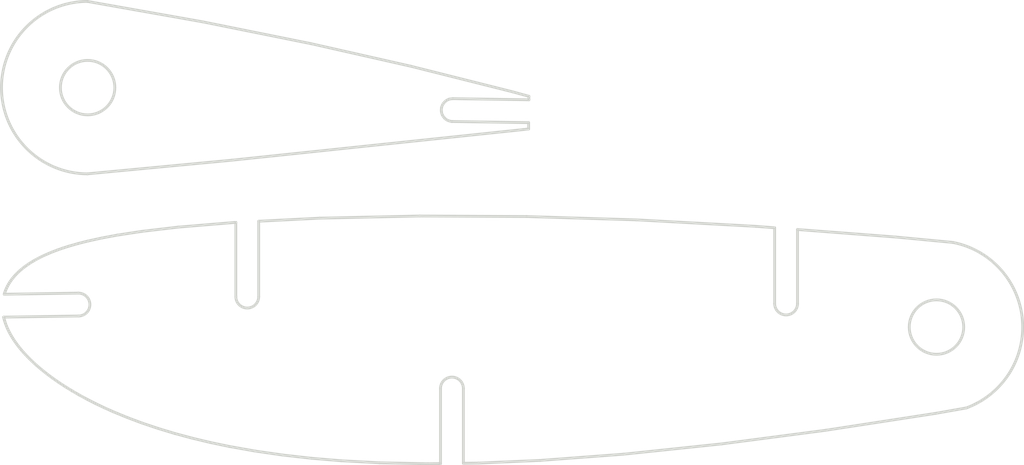
<source format=kicad_pcb>
(kicad_pcb (version 20171130) (host pcbnew "(5.1.2)-1")

  (general
    (thickness 1.6)
    (drawings 157)
    (tracks 0)
    (zones 0)
    (modules 0)
    (nets 1)
  )

  (page A4)
  (layers
    (0 F.Cu signal)
    (31 B.Cu signal)
    (32 B.Adhes user)
    (33 F.Adhes user)
    (34 B.Paste user)
    (35 F.Paste user)
    (36 B.SilkS user)
    (37 F.SilkS user)
    (38 B.Mask user)
    (39 F.Mask user)
    (40 Dwgs.User user)
    (41 Cmts.User user)
    (42 Eco1.User user)
    (43 Eco2.User user)
    (44 Edge.Cuts user)
    (45 Margin user)
    (46 B.CrtYd user)
    (47 F.CrtYd user)
    (48 B.Fab user)
    (49 F.Fab user)
  )

  (setup
    (last_trace_width 0.25)
    (trace_clearance 0.2)
    (zone_clearance 0.508)
    (zone_45_only no)
    (trace_min 0.2)
    (via_size 0.8)
    (via_drill 0.4)
    (via_min_size 0.4)
    (via_min_drill 0.3)
    (uvia_size 0.3)
    (uvia_drill 0.1)
    (uvias_allowed no)
    (uvia_min_size 0.2)
    (uvia_min_drill 0.1)
    (edge_width 0.05)
    (segment_width 0.2)
    (pcb_text_width 0.3)
    (pcb_text_size 1.5 1.5)
    (mod_edge_width 0.12)
    (mod_text_size 1 1)
    (mod_text_width 0.15)
    (pad_size 1.524 1.524)
    (pad_drill 0.762)
    (pad_to_mask_clearance 0.051)
    (solder_mask_min_width 0.25)
    (aux_axis_origin 24.13 64.77)
    (visible_elements 7FFFFFFF)
    (pcbplotparams
      (layerselection 0x01000_7ffffffe)
      (usegerberextensions false)
      (usegerberattributes false)
      (usegerberadvancedattributes false)
      (creategerberjobfile false)
      (excludeedgelayer true)
      (linewidth 0.100000)
      (plotframeref false)
      (viasonmask false)
      (mode 1)
      (useauxorigin false)
      (hpglpennumber 1)
      (hpglpenspeed 20)
      (hpglpendiameter 15.000000)
      (psnegative false)
      (psa4output false)
      (plotreference true)
      (plotvalue true)
      (plotinvisibletext false)
      (padsonsilk false)
      (subtractmaskfromsilk false)
      (outputformat 1)
      (mirror false)
      (drillshape 0)
      (scaleselection 1)
      (outputdirectory "./"))
  )

  (net 0 "")

  (net_class Default "This is the default net class."
    (clearance 0.2)
    (trace_width 0.25)
    (via_dia 0.8)
    (via_drill 0.4)
    (uvia_dia 0.3)
    (uvia_drill 0.1)
  )

  (gr_line (start 66.179083 37.747411) (end 60.796144 37.667348) (layer Edge.Cuts) (width 0.2))
  (gr_curve (pts (xy 60.287494 37.837331) (xy 60.215518 37.893818) (xy 60.153072 37.961447) (xy 60.103638 38.037792)) (layer Edge.Cuts) (width 0.2))
  (gr_curve (pts (xy 60.527345 37.709026) (xy 60.440981 37.7355) (xy 60.359472 37.780844) (xy 60.287494 37.837331)) (layer Edge.Cuts) (width 0.2))
  (gr_curve (pts (xy 60.796144 37.667348) (xy 60.704926 37.674951) (xy 60.613708 37.682553) (xy 60.527345 37.709026)) (layer Edge.Cuts) (width 0.2))
  (gr_line (start 43.069844 32.225874) (end 34.896056 30.77874) (layer Edge.Cuts) (width 0.2))
  (gr_line (start 66.179083 37.500839) (end 65.038786 37.186686) (layer Edge.Cuts) (width 0.2))
  (gr_line (start 57.806095 35.36979) (end 50.757206 33.774803) (layer Edge.Cuts) (width 0.2))
  (gr_line (start 66.179083 37.500839) (end 66.179083 37.747411) (layer Edge.Cuts) (width 0.2))
  (gr_line (start 65.771271 39.858974) (end 66.162852 39.813636) (layer Edge.Cuts) (width 0.2))
  (gr_line (start 66.162852 39.367543) (end 66.162852 39.813636) (layer Edge.Cuts) (width 0.2))
  (gr_line (start 60.772061 39.287363) (end 66.162852 39.367543) (layer Edge.Cuts) (width 0.2))
  (gr_line (start 45.15227 42.025379) (end 65.771271 39.858974) (layer Edge.Cuts) (width 0.2))
  (gr_line (start 50.757206 33.774803) (end 43.069844 32.225874) (layer Edge.Cuts) (width 0.2))
  (gr_line (start 65.038786 37.186686) (end 57.806095 35.36979) (layer Edge.Cuts) (width 0.2))
  (gr_circle (center 34.919046 36.885654) (end 36.848046 36.885654) (layer Edge.Cuts) (width 0.2))
  (gr_curve (pts (xy 59.978157 38.559199) (xy 59.987233 38.649809) (xy 60.011524 38.738863) (xy 60.05068 38.82136)) (layer Edge.Cuts) (width 0.2))
  (gr_line (start 34.9067 42.992598) (end 45.15227 42.025379) (layer Edge.Cuts) (width 0.2))
  (gr_curve (pts (xy 59.996499 38.28781) (xy 59.975218 38.376423) (xy 59.96908 38.468589) (xy 59.978157 38.559199)) (layer Edge.Cuts) (width 0.2))
  (gr_curve (pts (xy 60.103638 38.037792) (xy 60.054203 38.114137) (xy 60.017779 38.199197) (xy 59.996499 38.28781)) (layer Edge.Cuts) (width 0.2))
  (gr_arc (start 34.91896 36.885654) (end 34.896056 30.77874) (angle -179.6700836) (layer Edge.Cuts) (width 0.2))
  (gr_curve (pts (xy 60.687035 39.281615) (xy 60.723887 39.287131) (xy 60.747974 39.287247) (xy 60.772061 39.287363)) (layer Edge.Cuts) (width 0.2))
  (gr_curve (pts (xy 60.426293 39.204146) (xy 60.51461 39.244666) (xy 60.621195 39.27176) (xy 60.687035 39.281615)) (layer Edge.Cuts) (width 0.2))
  (gr_curve (pts (xy 60.205891 39.044737) (xy 60.267926 39.109679) (xy 60.337975 39.163626) (xy 60.426293 39.204146)) (layer Edge.Cuts) (width 0.2))
  (gr_curve (pts (xy 60.05068 38.82136) (xy 60.089836 38.903856) (xy 60.143857 38.979794) (xy 60.205891 39.044737)) (layer Edge.Cuts) (width 0.2))
  (gr_line (start 36.735072 59.847767) (end 36.103489 59.565591) (layer Edge.Cuts) (width 0.2))
  (gr_line (start 59.918426 63.518824) (end 59.024559 63.530201) (layer Edge.Cuts) (width 0.2))
  (gr_line (start 42.322012 61.718264) (end 41.089684 61.386425) (layer Edge.Cuts) (width 0.2))
  (gr_line (start 50.772141 63.143451) (end 48.747892 62.915811) (layer Edge.Cuts) (width 0.2))
  (gr_line (start 38.794543 60.655092) (end 37.735113 60.259882) (layer Edge.Cuts) (width 0.2))
  (gr_line (start 59.918426 63.518824) (end 59.918426 58.203974) (layer Edge.Cuts) (width 0.2))
  (gr_line (start 41.089684 61.386425) (end 39.912874 61.031316) (layer Edge.Cuts) (width 0.2))
  (gr_line (start 33.358141 58.085858) (end 32.89193 57.781406) (layer Edge.Cuts) (width 0.2))
  (gr_line (start 32.89193 57.781406) (end 32.452965 57.475659) (layer Edge.Cuts) (width 0.2))
  (gr_line (start 48.747892 62.915811) (end 46.804596 62.63609) (layer Edge.Cuts) (width 0.2))
  (gr_line (start 46.804596 62.63609) (end 44.944498 62.305305) (layer Edge.Cuts) (width 0.2))
  (gr_line (start 39.912874 61.031316) (end 38.794543 60.655092) (layer Edge.Cuts) (width 0.2))
  (gr_line (start 32.452965 57.475659) (end 32.041049 57.16917) (layer Edge.Cuts) (width 0.2))
  (gr_arc (start 60.728526 58.203974) (end 61.538626 58.203974) (angle -180) (layer Edge.Cuts) (width 0.2))
  (gr_line (start 36.103489 59.565591) (end 35.498964 59.277642) (layer Edge.Cuts) (width 0.2))
  (gr_line (start 37.735113 60.259882) (end 36.735072 59.847767) (layer Edge.Cuts) (width 0.2))
  (gr_line (start 55.601262 63.463137) (end 52.872225 63.31837) (layer Edge.Cuts) (width 0.2))
  (gr_line (start 59.024559 63.530201) (end 55.601262 63.463137) (layer Edge.Cuts) (width 0.2))
  (gr_line (start 44.944498 62.305305) (end 43.607782 62.025095) (layer Edge.Cuts) (width 0.2))
  (gr_line (start 34.92225 58.984999) (end 34.373233 58.688346) (layer Edge.Cuts) (width 0.2))
  (gr_line (start 52.872225 63.31837) (end 50.772141 63.143451) (layer Edge.Cuts) (width 0.2))
  (gr_circle (center 95.054382 53.849015) (end 96.983382 53.849015) (layer Edge.Cuts) (width 0.2))
  (gr_line (start 43.607782 62.025095) (end 42.322012 61.718264) (layer Edge.Cuts) (width 0.2))
  (gr_line (start 34.373233 58.688346) (end 33.851892 58.388393) (layer Edge.Cuts) (width 0.2))
  (gr_line (start 35.498964 59.277642) (end 34.92225 58.984999) (layer Edge.Cuts) (width 0.2))
  (gr_line (start 33.851892 58.388393) (end 33.358141 58.085858) (layer Edge.Cuts) (width 0.2))
  (gr_line (start 30.515517 55.795772) (end 30.378496 55.644984) (layer Edge.Cuts) (width 0.2))
  (gr_line (start 30.378496 55.644984) (end 30.247799 55.494743) (layer Edge.Cuts) (width 0.2))
  (gr_arc (start 34.26626 52.255256) (end 34.278299 53.065264) (angle -180.0002126) (layer Edge.Cuts) (width 0.2))
  (gr_line (start 29.280798 54.032985) (end 29.216994 53.89166) (layer Edge.Cuts) (width 0.2))
  (gr_line (start 29.016078 51.515677) (end 29.034894 51.454193) (layer Edge.Cuts) (width 0.2))
  (gr_line (start 29.054979 51.393117) (end 29.076292 51.332436) (layer Edge.Cuts) (width 0.2))
  (gr_line (start 29.098827 51.272257) (end 29.122609 51.212509) (layer Edge.Cuts) (width 0.2))
  (gr_line (start 29.147645 51.153169) (end 29.17391 51.094208) (layer Edge.Cuts) (width 0.2))
  (gr_line (start 29.594838 54.607772) (end 29.507436 54.462743) (layer Edge.Cuts) (width 0.2))
  (gr_line (start 29.426018 54.318543) (end 29.350443 54.17527) (layer Edge.Cuts) (width 0.2))
  (gr_line (start 29.039165 53.405407) (end 29.019344 53.336676) (layer Edge.Cuts) (width 0.2))
  (gr_line (start 34.278299 53.065264) (end 28.971137 53.1442) (layer Edge.Cuts) (width 0.2))
  (gr_line (start 29.013944 51.523191) (end 29.016078 51.515677) (layer Edge.Cuts) (width 0.2))
  (gr_line (start 29.013944 51.523191) (end 34.254219 51.445249) (layer Edge.Cuts) (width 0.2))
  (gr_line (start 29.17391 51.094208) (end 29.201343 51.035848) (layer Edge.Cuts) (width 0.2))
  (gr_line (start 29.23009 50.977792) (end 29.260032 50.920258) (layer Edge.Cuts) (width 0.2))
  (gr_line (start 29.507436 54.462743) (end 29.426018 54.318543) (layer Edge.Cuts) (width 0.2))
  (gr_line (start 29.893496 55.047911) (end 29.787804 54.900387) (layer Edge.Cuts) (width 0.2))
  (gr_line (start 29.787804 54.900387) (end 29.688266 54.753685) (layer Edge.Cuts) (width 0.2))
  (gr_line (start 29.00108 53.268709) (end 28.98407 53.200527) (layer Edge.Cuts) (width 0.2))
  (gr_line (start 28.98407 53.200527) (end 28.971137 53.1442) (layer Edge.Cuts) (width 0.2))
  (gr_line (start 29.076292 51.332436) (end 29.098827 51.272257) (layer Edge.Cuts) (width 0.2))
  (gr_line (start 29.291296 50.862952) (end 29.323703 50.806257) (layer Edge.Cuts) (width 0.2))
  (gr_line (start 29.260032 50.920258) (end 29.291296 50.862952) (layer Edge.Cuts) (width 0.2))
  (gr_line (start 30.808809 56.098842) (end 30.658944 55.94707) (layer Edge.Cuts) (width 0.2))
  (gr_line (start 29.350443 54.17527) (end 29.280798 54.032985) (layer Edge.Cuts) (width 0.2))
  (gr_line (start 29.201343 51.035848) (end 29.23009 50.977792) (layer Edge.Cuts) (width 0.2))
  (gr_line (start 30.12343 55.34512) (end 30.005352 55.196176) (layer Edge.Cuts) (width 0.2))
  (gr_line (start 29.158999 53.751395) (end 29.106779 53.612135) (layer Edge.Cuts) (width 0.2))
  (gr_line (start 29.019344 53.336676) (end 29.00108 53.268709) (layer Edge.Cuts) (width 0.2))
  (gr_line (start 29.122609 51.212509) (end 29.147645 51.153169) (layer Edge.Cuts) (width 0.2))
  (gr_line (start 29.106779 53.612135) (end 29.059892 53.4728) (layer Edge.Cuts) (width 0.2))
  (gr_line (start 32.041049 57.16917) (end 31.655017 56.86184) (layer Edge.Cuts) (width 0.2))
  (gr_line (start 31.297339 56.556332) (end 31.127989 56.403544) (layer Edge.Cuts) (width 0.2))
  (gr_line (start 29.216994 53.89166) (end 29.158999 53.751395) (layer Edge.Cuts) (width 0.2))
  (gr_line (start 31.655017 56.86184) (end 31.473322 56.709362) (layer Edge.Cuts) (width 0.2))
  (gr_line (start 31.473322 56.709362) (end 31.297339 56.556332) (layer Edge.Cuts) (width 0.2))
  (gr_line (start 31.127989 56.403544) (end 30.965139 56.251004) (layer Edge.Cuts) (width 0.2))
  (gr_line (start 30.965139 56.251004) (end 30.808809 56.098842) (layer Edge.Cuts) (width 0.2))
  (gr_line (start 30.658944 55.94707) (end 30.515517 55.795772) (layer Edge.Cuts) (width 0.2))
  (gr_line (start 30.247799 55.494743) (end 30.12343 55.34512) (layer Edge.Cuts) (width 0.2))
  (gr_line (start 30.005352 55.196176) (end 29.893496 55.047911) (layer Edge.Cuts) (width 0.2))
  (gr_line (start 29.059892 53.4728) (end 29.039165 53.405407) (layer Edge.Cuts) (width 0.2))
  (gr_line (start 29.034894 51.454193) (end 29.054979 51.393117) (layer Edge.Cuts) (width 0.2))
  (gr_line (start 29.323703 50.806257) (end 29.357452 50.749782) (layer Edge.Cuts) (width 0.2))
  (gr_line (start 29.688266 54.753685) (end 29.594838 54.607772) (layer Edge.Cuts) (width 0.2))
  (gr_arc (start 84.400284 52.179679) (end 83.590184 52.179679) (angle -180) (layer Edge.Cuts) (width 0.2))
  (gr_line (start 85.210384 46.93885) (end 85.210384 52.179679) (layer Edge.Cuts) (width 0.2))
  (gr_line (start 87.215773 61.15907) (end 79.833237 62.125275) (layer Edge.Cuts) (width 0.2))
  (gr_arc (start 95.054382 53.849015) (end 97.172657 59.576827) (angle -148.8027456) (layer Edge.Cuts) (width 0.2))
  (gr_line (start 85.210384 46.93885) (end 92.165379 47.470504) (layer Edge.Cuts) (width 0.2))
  (gr_line (start 95.011246 59.959495) (end 87.215773 61.15907) (layer Edge.Cuts) (width 0.2))
  (gr_line (start 79.833237 62.125275) (end 72.874697 62.855571) (layer Edge.Cuts) (width 0.2))
  (gr_line (start 72.874697 62.855571) (end 66.966136 63.296419) (layer Edge.Cuts) (width 0.2))
  (gr_line (start 66.966136 63.296419) (end 62.602432 63.484663) (layer Edge.Cuts) (width 0.2))
  (gr_line (start 92.165379 47.470504) (end 96.20936 47.85227) (layer Edge.Cuts) (width 0.2))
  (gr_line (start 83.590184 52.179679) (end 83.590184 46.814999) (layer Edge.Cuts) (width 0.2))
  (gr_line (start 62.602432 63.484663) (end 61.538626 63.498203) (layer Edge.Cuts) (width 0.2))
  (gr_line (start 97.172657 59.576827) (end 95.011246 59.959495) (layer Edge.Cuts) (width 0.2))
  (gr_line (start 61.538626 58.203974) (end 61.538626 63.498203) (layer Edge.Cuts) (width 0.2))
  (gr_line (start 82.261765 46.713452) (end 83.590184 46.814999) (layer Edge.Cuts) (width 0.2))
  (gr_line (start 29.392308 50.693989) (end 29.428614 50.638301) (layer Edge.Cuts) (width 0.2))
  (gr_line (start 31.497933 48.940328) (end 31.662994 48.857982) (layer Edge.Cuts) (width 0.2))
  (gr_line (start 31.182734 49.109881) (end 31.337834 49.024297) (layer Edge.Cuts) (width 0.2))
  (gr_line (start 29.428614 50.638301) (end 29.466019 50.583235) (layer Edge.Cuts) (width 0.2))
  (gr_line (start 29.466019 50.583235) (end 29.504851 50.528288) (layer Edge.Cuts) (width 0.2))
  (gr_line (start 66.009733 46.019034) (end 73.783282 46.253585) (layer Edge.Cuts) (width 0.2))
  (gr_line (start 32.006907 48.698548) (end 32.37239 48.544607) (layer Edge.Cuts) (width 0.2))
  (gr_line (start 41.331109 46.768708) (end 45.344741 46.436488) (layer Edge.Cuts) (width 0.2))
  (gr_line (start 35.955605 47.533348) (end 37.027796 47.334472) (layer Edge.Cuts) (width 0.2))
  (gr_line (start 30.61278 49.468249) (end 30.747675 49.376237) (layer Edge.Cuts) (width 0.2))
  (gr_line (start 29.504851 50.528288) (end 29.544683 50.474122) (layer Edge.Cuts) (width 0.2))
  (gr_line (start 51.357802 46.133795) (end 58.448744 45.981603) (layer Edge.Cuts) (width 0.2))
  (gr_line (start 29.544683 50.474122) (end 29.586068 50.420002) (layer Edge.Cuts) (width 0.2))
  (gr_line (start 30.482869 49.561867) (end 30.61278 49.468249) (layer Edge.Cuts) (width 0.2))
  (gr_line (start 73.783282 46.253585) (end 82.261765 46.713452) (layer Edge.Cuts) (width 0.2))
  (gr_line (start 29.586068 50.420002) (end 29.628489 50.366536) (layer Edge.Cuts) (width 0.2))
  (gr_line (start 58.448744 45.981603) (end 66.009733 46.019034) (layer Edge.Cuts) (width 0.2))
  (gr_line (start 31.662994 48.857982) (end 31.833011 48.777242) (layer Edge.Cuts) (width 0.2))
  (gr_line (start 32.37239 48.544607) (end 32.756005 48.397442) (layer Edge.Cuts) (width 0.2))
  (gr_line (start 34.245724 47.930581) (end 34.951522 47.75243) (layer Edge.Cuts) (width 0.2))
  (gr_line (start 29.628489 50.366536) (end 29.672426 50.31316) (layer Edge.Cuts) (width 0.2))
  (gr_line (start 30.123957 49.851965) (end 30.238467 49.753696) (layer Edge.Cuts) (width 0.2))
  (gr_line (start 31.833011 48.777242) (end 32.006907 48.698548) (layer Edge.Cuts) (width 0.2))
  (gr_line (start 30.238467 49.753696) (end 30.35808 49.657) (layer Edge.Cuts) (width 0.2))
  (gr_line (start 38.767476 47.069277) (end 41.331109 46.768708) (layer Edge.Cuts) (width 0.2))
  (gr_line (start 33.158514 48.256499) (end 33.57891 48.121927) (layer Edge.Cuts) (width 0.2))
  (gr_line (start 45.344741 46.436488) (end 45.418912 46.432754) (layer Edge.Cuts) (width 0.2))
  (gr_line (start 45.418912 51.690348) (end 45.418912 46.432754) (layer Edge.Cuts) (width 0.2))
  (gr_line (start 29.672426 50.31316) (end 29.716609 50.26139) (layer Edge.Cuts) (width 0.2))
  (gr_arc (start 46.229012 51.690348) (end 45.418912 51.690348) (angle -180) (layer Edge.Cuts) (width 0.2))
  (gr_line (start 33.57891 48.121927) (end 34.245724 47.930581) (layer Edge.Cuts) (width 0.2))
  (gr_line (start 30.747675 49.376237) (end 30.887632 49.285858) (layer Edge.Cuts) (width 0.2))
  (gr_line (start 29.716609 50.26139) (end 29.811343 50.156048) (layer Edge.Cuts) (width 0.2))
  (gr_line (start 34.951522 47.75243) (end 35.955605 47.533348) (layer Edge.Cuts) (width 0.2))
  (gr_line (start 30.887632 49.285858) (end 31.032669 49.197057) (layer Edge.Cuts) (width 0.2))
  (gr_line (start 29.811343 50.156048) (end 29.910413 50.05315) (layer Edge.Cuts) (width 0.2))
  (gr_line (start 31.337834 49.024297) (end 31.497933 48.940328) (layer Edge.Cuts) (width 0.2))
  (gr_line (start 29.910413 50.05315) (end 30.014624 49.95177) (layer Edge.Cuts) (width 0.2))
  (gr_line (start 47.039112 46.351194) (end 47.039112 51.690348) (layer Edge.Cuts) (width 0.2))
  (gr_line (start 31.032669 49.197057) (end 31.182734 49.109881) (layer Edge.Cuts) (width 0.2))
  (gr_line (start 37.027796 47.334472) (end 38.767476 47.069277) (layer Edge.Cuts) (width 0.2))
  (gr_line (start 30.014624 49.95177) (end 30.123957 49.851965) (layer Edge.Cuts) (width 0.2))
  (gr_line (start 47.039112 46.351194) (end 51.357802 46.133795) (layer Edge.Cuts) (width 0.2))
  (gr_line (start 32.756005 48.397442) (end 33.158514 48.256499) (layer Edge.Cuts) (width 0.2))
  (gr_line (start 29.357452 50.749782) (end 29.392308 50.693989) (layer Edge.Cuts) (width 0.2))
  (gr_line (start 30.35808 49.657) (end 30.482869 49.561867) (layer Edge.Cuts) (width 0.2))

)

</source>
